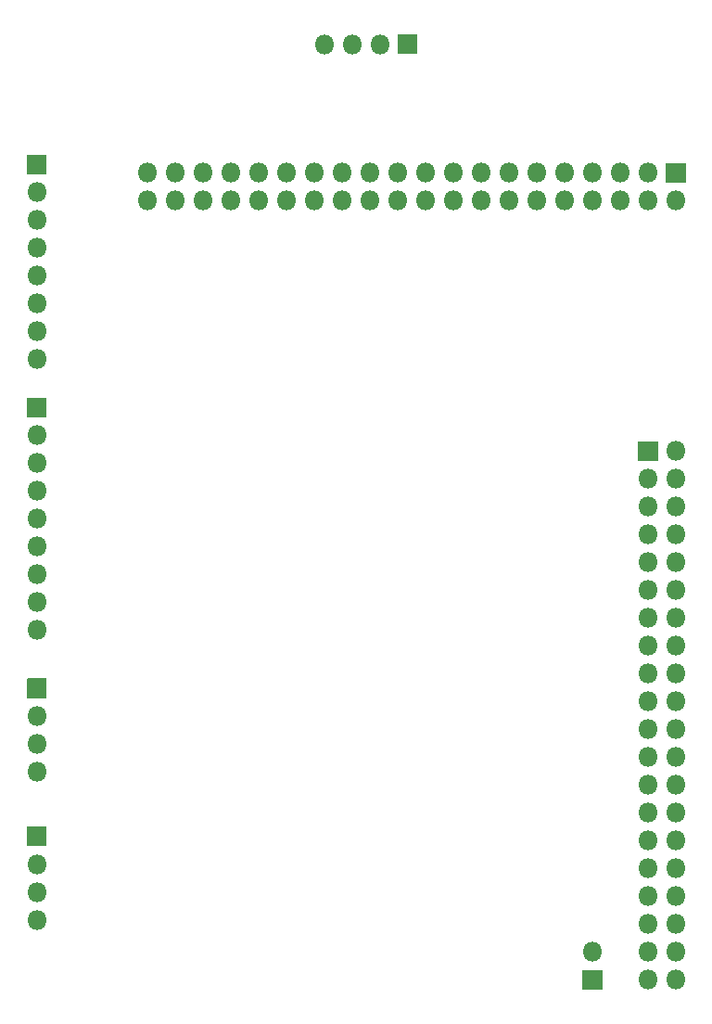
<source format=gbs>
G04 #@! TF.GenerationSoftware,KiCad,Pcbnew,(5.1.10-1-10_14)*
G04 #@! TF.CreationDate,2021-10-14T13:31:25-04:00*
G04 #@! TF.ProjectId,TR108 Mainboard,54523130-3820-44d6-9169-6e626f617264,1*
G04 #@! TF.SameCoordinates,Original*
G04 #@! TF.FileFunction,Soldermask,Bot*
G04 #@! TF.FilePolarity,Negative*
%FSLAX46Y46*%
G04 Gerber Fmt 4.6, Leading zero omitted, Abs format (unit mm)*
G04 Created by KiCad (PCBNEW (5.1.10-1-10_14)) date 2021-10-14 13:31:25*
%MOMM*%
%LPD*%
G01*
G04 APERTURE LIST*
%ADD10O,1.801600X1.801600*%
G04 APERTURE END LIST*
D10*
X130454238Y-49200000D03*
X132994238Y-49200000D03*
X135534238Y-49200000D03*
G36*
G01*
X137224238Y-48299200D02*
X138924238Y-48299200D01*
G75*
G02*
X138975038Y-48350000I0J-50800D01*
G01*
X138975038Y-50050000D01*
G75*
G02*
X138924238Y-50100800I-50800J0D01*
G01*
X137224238Y-50100800D01*
G75*
G02*
X137173438Y-50050000I0J50800D01*
G01*
X137173438Y-48350000D01*
G75*
G02*
X137224238Y-48299200I50800J0D01*
G01*
G37*
X104190800Y-129146300D03*
X104190800Y-126606300D03*
X104190800Y-124066300D03*
G36*
G01*
X103290000Y-122376300D02*
X103290000Y-120676300D01*
G75*
G02*
X103340800Y-120625500I50800J0D01*
G01*
X105040800Y-120625500D01*
G75*
G02*
X105091600Y-120676300I0J-50800D01*
G01*
X105091600Y-122376300D01*
G75*
G02*
X105040800Y-122427100I-50800J0D01*
G01*
X103340800Y-122427100D01*
G75*
G02*
X103290000Y-122376300I0J50800D01*
G01*
G37*
X104200000Y-77980000D03*
X104200000Y-75440000D03*
X104200000Y-72900000D03*
X104200000Y-70360000D03*
X104200000Y-67820000D03*
X104200000Y-65280000D03*
X104200000Y-62740000D03*
G36*
G01*
X103299200Y-61050000D02*
X103299200Y-59350000D01*
G75*
G02*
X103350000Y-59299200I50800J0D01*
G01*
X105050000Y-59299200D01*
G75*
G02*
X105100800Y-59350000I0J-50800D01*
G01*
X105100800Y-61050000D01*
G75*
G02*
X105050000Y-61100800I-50800J0D01*
G01*
X103350000Y-61100800D01*
G75*
G02*
X103299200Y-61050000I0J50800D01*
G01*
G37*
X154940000Y-132080000D03*
G36*
G01*
X155840800Y-133770000D02*
X155840800Y-135470000D01*
G75*
G02*
X155790000Y-135520800I-50800J0D01*
G01*
X154090000Y-135520800D01*
G75*
G02*
X154039200Y-135470000I0J50800D01*
G01*
X154039200Y-133770000D01*
G75*
G02*
X154090000Y-133719200I50800J0D01*
G01*
X155790000Y-133719200D01*
G75*
G02*
X155840800Y-133770000I0J-50800D01*
G01*
G37*
X104200000Y-102695000D03*
X104200000Y-100155000D03*
X104200000Y-97615000D03*
X104200000Y-95075000D03*
X104200000Y-92535000D03*
X104200000Y-89995000D03*
X104200000Y-87455000D03*
X104200000Y-84915000D03*
G36*
G01*
X103299200Y-83225000D02*
X103299200Y-81525000D01*
G75*
G02*
X103350000Y-81474200I50800J0D01*
G01*
X105050000Y-81474200D01*
G75*
G02*
X105100800Y-81525000I0J-50800D01*
G01*
X105100800Y-83225000D01*
G75*
G02*
X105050000Y-83275800I-50800J0D01*
G01*
X103350000Y-83275800D01*
G75*
G02*
X103299200Y-83225000I0J50800D01*
G01*
G37*
X104200000Y-115620000D03*
X104200000Y-113080000D03*
X104200000Y-110540000D03*
G36*
G01*
X103299200Y-108850000D02*
X103299200Y-107150000D01*
G75*
G02*
X103350000Y-107099200I50800J0D01*
G01*
X105050000Y-107099200D01*
G75*
G02*
X105100800Y-107150000I0J-50800D01*
G01*
X105100800Y-108850000D01*
G75*
G02*
X105050000Y-108900800I-50800J0D01*
G01*
X103350000Y-108900800D01*
G75*
G02*
X103299200Y-108850000I0J50800D01*
G01*
G37*
X114300000Y-63500000D03*
X114300000Y-60960000D03*
X116840000Y-63500000D03*
X116840000Y-60960000D03*
X119380000Y-63500000D03*
X119380000Y-60960000D03*
X121920000Y-63500000D03*
X121920000Y-60960000D03*
X124460000Y-63500000D03*
X124460000Y-60960000D03*
X127000000Y-63500000D03*
X127000000Y-60960000D03*
X129540000Y-63500000D03*
X129540000Y-60960000D03*
X132080000Y-63500000D03*
X132080000Y-60960000D03*
X134620000Y-63500000D03*
X134620000Y-60960000D03*
X137160000Y-63500000D03*
X137160000Y-60960000D03*
X139700000Y-63500000D03*
X139700000Y-60960000D03*
X142240000Y-63500000D03*
X142240000Y-60960000D03*
X144780000Y-63500000D03*
X144780000Y-60960000D03*
X147320000Y-63500000D03*
X147320000Y-60960000D03*
X149860000Y-63500000D03*
X149860000Y-60960000D03*
X152400000Y-63500000D03*
X152400000Y-60960000D03*
X154940000Y-63500000D03*
X154940000Y-60960000D03*
X157480000Y-63500000D03*
X157480000Y-60960000D03*
X160020000Y-63500000D03*
X160020000Y-60960000D03*
X162560000Y-63500000D03*
G36*
G01*
X161710000Y-60059200D02*
X163410000Y-60059200D01*
G75*
G02*
X163460800Y-60110000I0J-50800D01*
G01*
X163460800Y-61810000D01*
G75*
G02*
X163410000Y-61860800I-50800J0D01*
G01*
X161710000Y-61860800D01*
G75*
G02*
X161659200Y-61810000I0J50800D01*
G01*
X161659200Y-60110000D01*
G75*
G02*
X161710000Y-60059200I50800J0D01*
G01*
G37*
X162560000Y-134620000D03*
X160020000Y-134620000D03*
X162560000Y-132080000D03*
X160020000Y-132080000D03*
X162560000Y-129540000D03*
X160020000Y-129540000D03*
X162560000Y-127000000D03*
X160020000Y-127000000D03*
X162560000Y-124460000D03*
X160020000Y-124460000D03*
X162560000Y-121920000D03*
X160020000Y-121920000D03*
X162560000Y-119380000D03*
X160020000Y-119380000D03*
X162560000Y-116840000D03*
X160020000Y-116840000D03*
X162560000Y-114300000D03*
X160020000Y-114300000D03*
X162560000Y-111760000D03*
X160020000Y-111760000D03*
X162560000Y-109220000D03*
X160020000Y-109220000D03*
X162560000Y-106680000D03*
X160020000Y-106680000D03*
X162560000Y-104140000D03*
X160020000Y-104140000D03*
X162560000Y-101600000D03*
X160020000Y-101600000D03*
X162560000Y-99060000D03*
X160020000Y-99060000D03*
X162560000Y-96520000D03*
X160020000Y-96520000D03*
X162560000Y-93980000D03*
X160020000Y-93980000D03*
X162560000Y-91440000D03*
X160020000Y-91440000D03*
X162560000Y-88900000D03*
X160020000Y-88900000D03*
X162560000Y-86360000D03*
G36*
G01*
X159119200Y-87210000D02*
X159119200Y-85510000D01*
G75*
G02*
X159170000Y-85459200I50800J0D01*
G01*
X160870000Y-85459200D01*
G75*
G02*
X160920800Y-85510000I0J-50800D01*
G01*
X160920800Y-87210000D01*
G75*
G02*
X160870000Y-87260800I-50800J0D01*
G01*
X159170000Y-87260800D01*
G75*
G02*
X159119200Y-87210000I0J50800D01*
G01*
G37*
M02*

</source>
